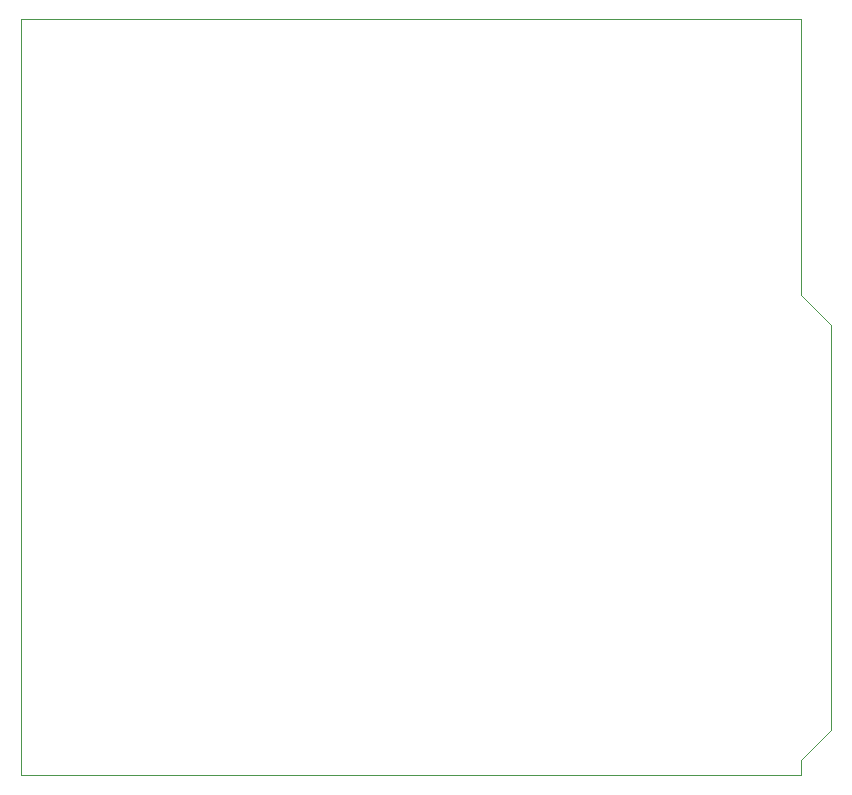
<source format=gm1>
G04 #@! TF.FileFunction,Profile,NP*
%FSLAX46Y46*%
G04 Gerber Fmt 4.6, Leading zero omitted, Abs format (unit mm)*
G04 Created by KiCad (PCBNEW 4.0.7) date 09/23/18 17:07:03*
%MOMM*%
%LPD*%
G01*
G04 APERTURE LIST*
%ADD10C,0.100000*%
G04 APERTURE END LIST*
D10*
X33020000Y-51308000D02*
X33020000Y-51816000D01*
X99060000Y-51308000D02*
X99060000Y-53340000D01*
X79756000Y-51308000D02*
X99060000Y-51308000D01*
X33020000Y-51308000D02*
X79756000Y-51308000D01*
X99060000Y-53340000D02*
X99060000Y-74676000D01*
X33020000Y-115316000D02*
X33020000Y-51816000D01*
X99060000Y-115316000D02*
X99060000Y-114046000D01*
X33020000Y-115316000D02*
X99060000Y-115316000D01*
X101600000Y-111506000D02*
X99060000Y-114046000D01*
X101600000Y-77216000D02*
X101600000Y-111506000D01*
X99060000Y-74676000D02*
X101600000Y-77216000D01*
M02*

</source>
